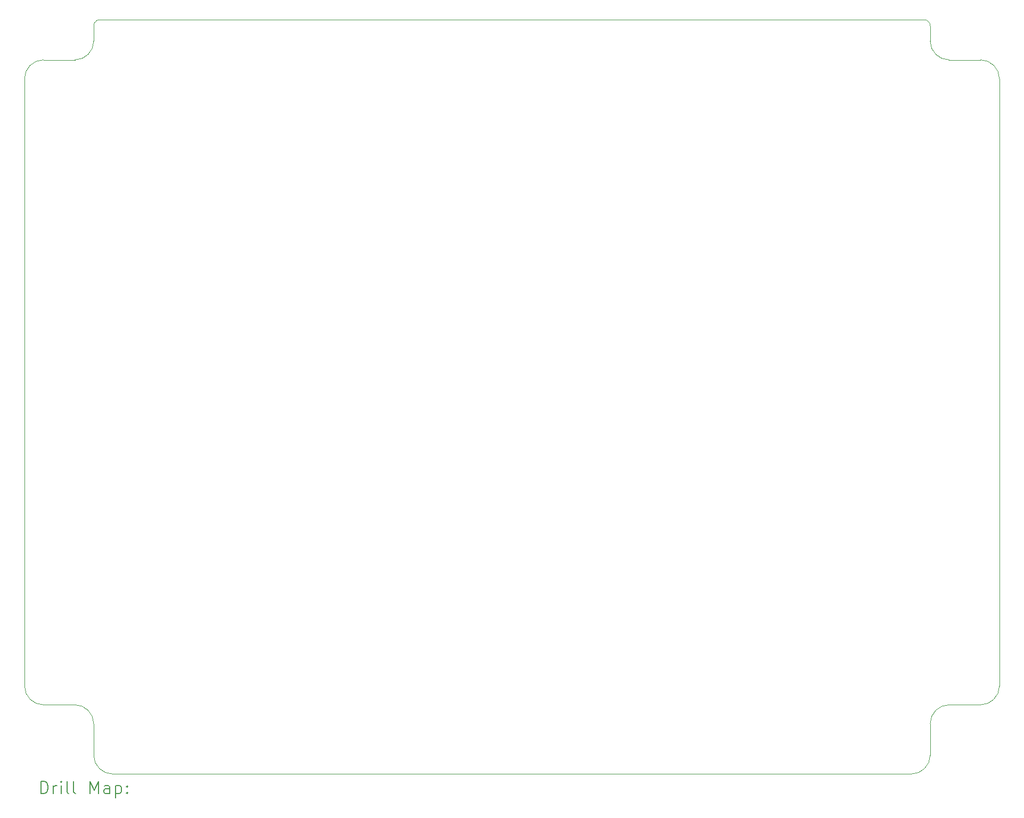
<source format=gbr>
%TF.GenerationSoftware,KiCad,Pcbnew,7.0.7*%
%TF.CreationDate,2024-09-30T22:56:25+02:00*%
%TF.ProjectId,SSRP4EFE,53535250-3445-4464-952e-6b696361645f,rev?*%
%TF.SameCoordinates,Original*%
%TF.FileFunction,Drillmap*%
%TF.FilePolarity,Positive*%
%FSLAX45Y45*%
G04 Gerber Fmt 4.5, Leading zero omitted, Abs format (unit mm)*
G04 Created by KiCad (PCBNEW 7.0.7) date 2024-09-30 22:56:25*
%MOMM*%
%LPD*%
G01*
G04 APERTURE LIST*
%ADD10C,0.050000*%
%ADD11C,0.200000*%
G04 APERTURE END LIST*
D10*
X7972868Y-14352868D02*
X7472868Y-14352868D01*
X21872868Y-14352868D02*
G75*
G03*
X21572868Y-14652868I2J-300002D01*
G01*
X8272862Y-14652868D02*
G75*
G03*
X7972868Y-14352868I-299992J8D01*
G01*
X21272868Y-15452868D02*
X8572868Y-15452868D01*
X7472868Y-4092868D02*
X7972868Y-4092868D01*
X21572862Y-3552868D02*
G75*
G03*
X21472868Y-3452868I-99992J8D01*
G01*
X7472868Y-4092868D02*
G75*
G03*
X7172868Y-4392868I2J-300002D01*
G01*
X7972868Y-4092868D02*
G75*
G03*
X8272868Y-3792868I2J299998D01*
G01*
X21572868Y-14652868D02*
X21572868Y-15152868D01*
X21272868Y-15452868D02*
G75*
G03*
X21572868Y-15152868I2J299998D01*
G01*
X7172862Y-14052868D02*
G75*
G03*
X7472868Y-14352868I300008J8D01*
G01*
X21872868Y-4092868D02*
X22372868Y-4092868D01*
X22672862Y-4392868D02*
G75*
G03*
X22372868Y-4092868I-299992J8D01*
G01*
X8372868Y-3452868D02*
X21472868Y-3452868D01*
X21572868Y-3552868D02*
X21572868Y-3792868D01*
X8272868Y-15152868D02*
X8272868Y-14652868D01*
X8272868Y-3792868D02*
X8272868Y-3552868D01*
X21572862Y-3792868D02*
G75*
G03*
X21872868Y-4092868I300008J8D01*
G01*
X8372868Y-3452868D02*
G75*
G03*
X8272868Y-3552868I2J-100002D01*
G01*
X22372868Y-14352868D02*
G75*
G03*
X22672868Y-14052868I2J299998D01*
G01*
X22672868Y-4392868D02*
X22672868Y-14052868D01*
X7172868Y-14052868D02*
X7172868Y-4392868D01*
X22372868Y-14352868D02*
X21872868Y-14352868D01*
X8272862Y-15152868D02*
G75*
G03*
X8572868Y-15452868I300008J8D01*
G01*
D11*
X7431145Y-15766852D02*
X7431145Y-15566852D01*
X7431145Y-15566852D02*
X7478764Y-15566852D01*
X7478764Y-15566852D02*
X7507335Y-15576376D01*
X7507335Y-15576376D02*
X7526383Y-15595423D01*
X7526383Y-15595423D02*
X7535907Y-15614471D01*
X7535907Y-15614471D02*
X7545430Y-15652566D01*
X7545430Y-15652566D02*
X7545430Y-15681137D01*
X7545430Y-15681137D02*
X7535907Y-15719233D01*
X7535907Y-15719233D02*
X7526383Y-15738280D01*
X7526383Y-15738280D02*
X7507335Y-15757328D01*
X7507335Y-15757328D02*
X7478764Y-15766852D01*
X7478764Y-15766852D02*
X7431145Y-15766852D01*
X7631145Y-15766852D02*
X7631145Y-15633518D01*
X7631145Y-15671614D02*
X7640669Y-15652566D01*
X7640669Y-15652566D02*
X7650192Y-15643042D01*
X7650192Y-15643042D02*
X7669240Y-15633518D01*
X7669240Y-15633518D02*
X7688288Y-15633518D01*
X7754954Y-15766852D02*
X7754954Y-15633518D01*
X7754954Y-15566852D02*
X7745430Y-15576376D01*
X7745430Y-15576376D02*
X7754954Y-15585899D01*
X7754954Y-15585899D02*
X7764478Y-15576376D01*
X7764478Y-15576376D02*
X7754954Y-15566852D01*
X7754954Y-15566852D02*
X7754954Y-15585899D01*
X7878764Y-15766852D02*
X7859716Y-15757328D01*
X7859716Y-15757328D02*
X7850192Y-15738280D01*
X7850192Y-15738280D02*
X7850192Y-15566852D01*
X7983526Y-15766852D02*
X7964478Y-15757328D01*
X7964478Y-15757328D02*
X7954954Y-15738280D01*
X7954954Y-15738280D02*
X7954954Y-15566852D01*
X8212097Y-15766852D02*
X8212097Y-15566852D01*
X8212097Y-15566852D02*
X8278764Y-15709709D01*
X8278764Y-15709709D02*
X8345430Y-15566852D01*
X8345430Y-15566852D02*
X8345430Y-15766852D01*
X8526383Y-15766852D02*
X8526383Y-15662090D01*
X8526383Y-15662090D02*
X8516859Y-15643042D01*
X8516859Y-15643042D02*
X8497812Y-15633518D01*
X8497812Y-15633518D02*
X8459716Y-15633518D01*
X8459716Y-15633518D02*
X8440669Y-15643042D01*
X8526383Y-15757328D02*
X8507335Y-15766852D01*
X8507335Y-15766852D02*
X8459716Y-15766852D01*
X8459716Y-15766852D02*
X8440669Y-15757328D01*
X8440669Y-15757328D02*
X8431145Y-15738280D01*
X8431145Y-15738280D02*
X8431145Y-15719233D01*
X8431145Y-15719233D02*
X8440669Y-15700185D01*
X8440669Y-15700185D02*
X8459716Y-15690661D01*
X8459716Y-15690661D02*
X8507335Y-15690661D01*
X8507335Y-15690661D02*
X8526383Y-15681137D01*
X8621621Y-15633518D02*
X8621621Y-15833518D01*
X8621621Y-15643042D02*
X8640669Y-15633518D01*
X8640669Y-15633518D02*
X8678764Y-15633518D01*
X8678764Y-15633518D02*
X8697812Y-15643042D01*
X8697812Y-15643042D02*
X8707335Y-15652566D01*
X8707335Y-15652566D02*
X8716859Y-15671614D01*
X8716859Y-15671614D02*
X8716859Y-15728756D01*
X8716859Y-15728756D02*
X8707335Y-15747804D01*
X8707335Y-15747804D02*
X8697812Y-15757328D01*
X8697812Y-15757328D02*
X8678764Y-15766852D01*
X8678764Y-15766852D02*
X8640669Y-15766852D01*
X8640669Y-15766852D02*
X8621621Y-15757328D01*
X8802573Y-15747804D02*
X8812097Y-15757328D01*
X8812097Y-15757328D02*
X8802573Y-15766852D01*
X8802573Y-15766852D02*
X8793050Y-15757328D01*
X8793050Y-15757328D02*
X8802573Y-15747804D01*
X8802573Y-15747804D02*
X8802573Y-15766852D01*
X8802573Y-15643042D02*
X8812097Y-15652566D01*
X8812097Y-15652566D02*
X8802573Y-15662090D01*
X8802573Y-15662090D02*
X8793050Y-15652566D01*
X8793050Y-15652566D02*
X8802573Y-15643042D01*
X8802573Y-15643042D02*
X8802573Y-15662090D01*
M02*

</source>
